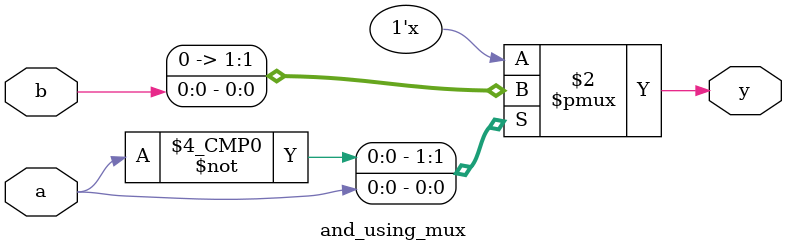
<source format=v>
module and_using_mux(input a, b,
                     output reg y);

always @(*) begin
    case (a)
        1'b0: y = 1'b0;  // d0 = 0
        1'b1: y = b;     // d1 = B
    endcase
end

endmodule

</source>
